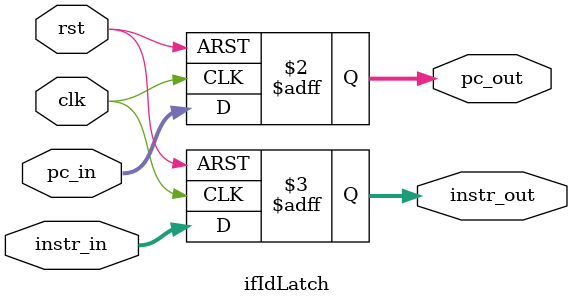
<source format=v>
`timescale 1ns / 1ps
module ifIdLatch(
    input wire clk, rst,
    input wire [31:0] pc_in, instr_in,
    output reg [31:0] pc_out, instr_out
);
    always @(posedge clk or posedge rst) begin
        if (rst) begin
            pc_out <= 32'b0;
            instr_out <= 32'b0;
        end else begin
            pc_out <= pc_in;
            instr_out <= instr_in;
        end
    end
endmodule

</source>
